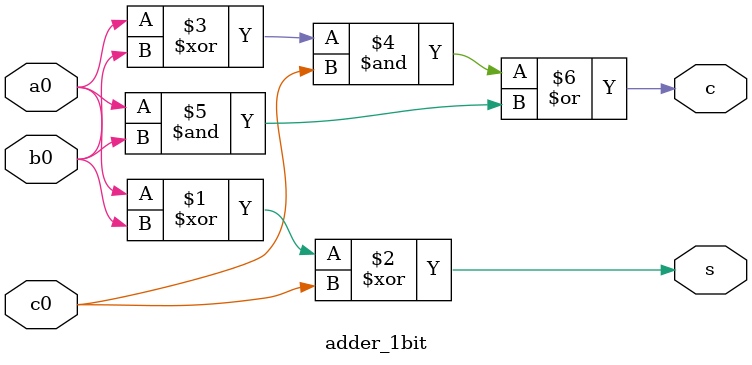
<source format=v>
`timescale 1ns / 1ps


module adder_1bit(a0,b0,c0,s,c);
//Ò»Î»È«¼ÓÆ÷
  input a0,b0,c0;
  output s,c;
  
  assign s= a0 ^ b0 ^ c0;
  assign c = (a0 ^ b0) & c0 | a0 & b0;
  
endmodule 


</source>
